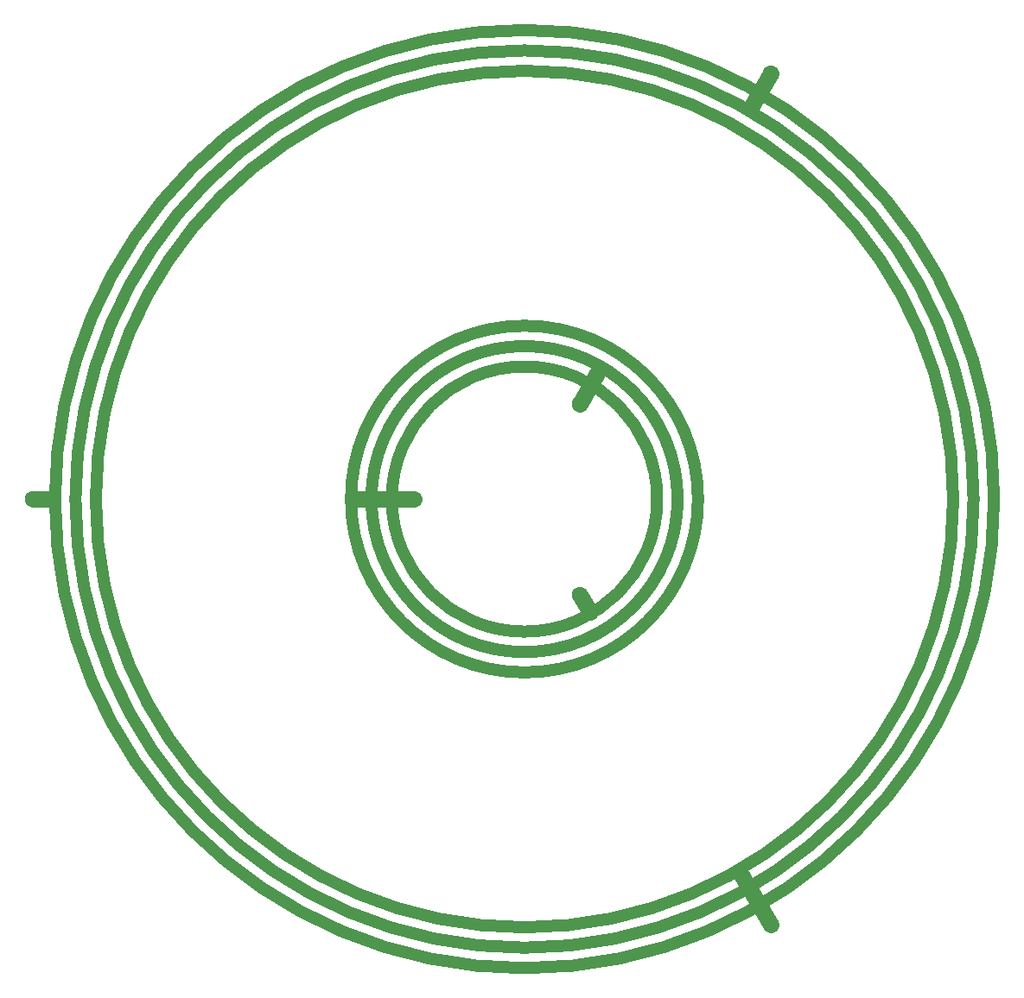
<source format=gbr>
%TF.GenerationSoftware,KiCad,Pcbnew,7.0.10*%
%TF.CreationDate,2024-03-15T10:59:13-04:00*%
%TF.ProjectId,new_base,6e65775f-6261-4736-952e-6b696361645f,rev?*%
%TF.SameCoordinates,Original*%
%TF.FileFunction,Copper,L1,Top*%
%TF.FilePolarity,Positive*%
%FSLAX46Y46*%
G04 Gerber Fmt 4.6, Leading zero omitted, Abs format (unit mm)*
G04 Created by KiCad (PCBNEW 7.0.10) date 2024-03-15 10:59:13*
%MOMM*%
%LPD*%
G01*
G04 APERTURE LIST*
%TA.AperFunction,NonConductor*%
%ADD10C,1.600000*%
%TD*%
%TA.AperFunction,NonConductor*%
%ADD11C,1.200000*%
%TD*%
%TA.AperFunction,ComponentPad*%
%ADD12C,1.600000*%
%TD*%
G04 APERTURE END LIST*
D10*
X55400000Y-59353000D02*
X56400000Y-61085000D01*
X55400000Y-40647000D02*
X57400000Y-37183000D01*
X39200000Y-50000000D02*
X33200000Y-50000000D01*
D11*
X67000000Y-50000000D02*
G75*
G03*
X33000000Y-50000000I-17000000J0D01*
G01*
X33000000Y-50000000D02*
G75*
G03*
X67000000Y-50000000I17000000J0D01*
G01*
X65000000Y-50000000D02*
G75*
G03*
X35000000Y-50000000I-15000000J0D01*
G01*
X35000000Y-50000000D02*
G75*
G03*
X65000000Y-50000000I15000000J0D01*
G01*
X63000000Y-50000000D02*
G75*
G03*
X37000000Y-50000000I-13000000J0D01*
G01*
X37000000Y-50000000D02*
G75*
G03*
X63000000Y-50000000I13000000J0D01*
G01*
D10*
X74100000Y-91742000D02*
X71100000Y-86546000D01*
X74100000Y-8258000D02*
X72100000Y-11722000D01*
X1800000Y-50000000D02*
X3800000Y-50000000D01*
D11*
X94000000Y-50000000D02*
G75*
G03*
X6000000Y-50000000I-44000000J0D01*
G01*
X6000000Y-50000000D02*
G75*
G03*
X94000000Y-50000000I44000000J0D01*
G01*
X92000000Y-50000000D02*
G75*
G03*
X8000000Y-50000000I-42000000J0D01*
G01*
X8000000Y-50000000D02*
G75*
G03*
X92000000Y-50000000I42000000J0D01*
G01*
X96000000Y-50000000D02*
G75*
G03*
X4000000Y-50000000I-46000000J0D01*
G01*
X4000000Y-50000000D02*
G75*
G03*
X96000000Y-50000000I46000000J0D01*
G01*
D12*
%TO.P,J106,1,Pin_1*%
%TO.N,unconnected-(J106-Pin_1-Pad1)*%
X55400000Y-59353000D03*
%TD*%
%TO.P,J105,1,Pin_1*%
%TO.N,unconnected-(J105-Pin_1-Pad1)*%
X55400000Y-40647000D03*
%TD*%
%TO.P,J104,1,Pin_1*%
%TO.N,unconnected-(J104-Pin_1-Pad1)*%
X39200000Y-50000000D03*
%TD*%
%TO.P,J102,1,Pin_1*%
%TO.N,unconnected-(J102-Pin_1-Pad1)*%
X74100000Y-8258000D03*
%TD*%
%TO.P,J103,1,Pin_1*%
%TO.N,unconnected-(J103-Pin_1-Pad1)*%
X74100000Y-91742000D03*
%TD*%
%TO.P,J101,1,Pin_1*%
%TO.N,unconnected-(J101-Pin_1-Pad1)*%
X1800000Y-50000000D03*
%TD*%
M02*

</source>
